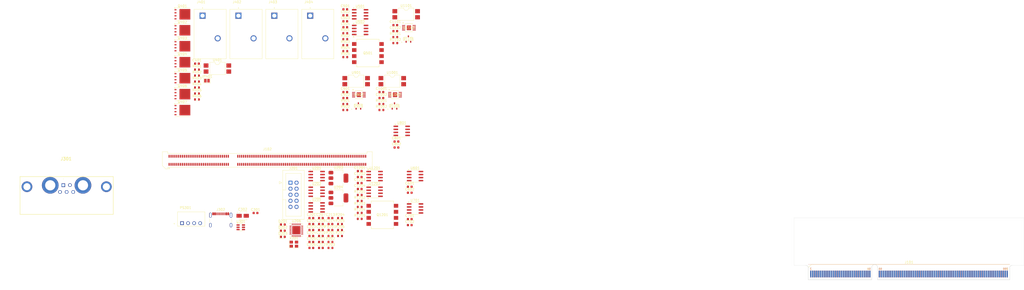
<source format=kicad_pcb>
(kicad_pcb (version 20240108) (generator "pcbnew") (generator_version "8.0")
  (layers (0 "F.Cu" signal) (31 "B.Cu" signal) (34 "B.Paste" user) (35 "F.Paste" user) (36 "B.SilkS" user "B.Silkscreen") (37 "F.SilkS" user "F.Silkscreen") (38 "B.Mask" user) (39 "F.Mask" user) (44 "Edge.Cuts" user))
  (net 0 "")
  (net 1 "GNDA")
  (net 2 "/5V_LOW_SIDE")
  (net 3 "/12V_LOW_SIDE")
  (net 4 "/7V_LOW_SIDE")
  (net 5 "/3V3_LOW_SIDE")
  (net 6 "Net-(U206-VDDA)")
  (net 7 "5V_HS_NONISO")
  (net 8 "GNDD")
  (net 9 "GNDPWR")
  (net 10 "5V_HS_ISO")
  (net 11 "Net-(C401-Pad1)")
  (net 12 "/High Power Controls/Mains & FETS/Voltage Capacitor Sense/PD1_Cathode")
  (net 13 "Net-(C502-Pad2)")
  (net 14 "/FET_SIGS.VOLT_CAP_SENSE")
  (net 15 "Net-(U502A--)")
  (net 16 "Net-(U601-FILTER)")
  (net 17 "Net-(U701-FILTER)")
  (net 18 "Net-(U801-FILTER)")
  (net 19 "/High Power Controls/Mains & FETS/FET Drive 1/TS")
  (net 20 "Net-(D901-K)")
  (net 21 "Net-(D1001-K)")
  (net 22 "/High Power Controls/Mains & FETS/TO_SUPCAP")
  (net 23 "/High Power Controls/Mains & FETS/VOLTAGE_OUT")
  (net 24 "Net-(D1101-K)")
  (net 25 "/High Power Controls/Mains & FETS/Voltage Input Sense/PD1_Cathode")
  (net 26 "Net-(C1202-Pad2)")
  (net 27 "/FET_SIGS.VOLT_INPUT_SENSE")
  (net 28 "Net-(U1202A--)")
  (net 29 "/Low Power Controls/CURR_SENS_1")
  (net 30 "/Low Power Controls/CURR_SENS_2")
  (net 31 "/Low Power Controls/CURR_SENS_3")
  (net 38 "/CAN_L_LOW")
  (net 49 "/USB_LOW_D-")
  (net 65 "/CAN_H_LOW")
  (net 77 "/FET_SIGS_LS.VOLT_CAP_SENSE")
  (net 92 "/USB_LOW_D+")
  (net 101 "/FET_SIGS_LS.CURR_SENS_2")
  (net 107 "/FET_SIGS_LS.VOLT_INPUT_SENSE")
  (net 117 "/FET_SIGS_LS.CURR_SENS_3")
  (net 131 "/CAN_L_HIGH")
  (net 141 "/7V_HIGH_SIDE")
  (net 147 "/USB_HIGH_D-")
  (net 150 "/FET_SIGS.CURR_SENS_3")
  (net 159 "/CAN_H_HIGH")
  (net 173 "/FET_SIGS.CURR_SENS_2")
  (net 186 "/USB_HIGH_D+")
  (net 189 "/3V3_HIGH_SIDE")
  (net 196 "/12V_HIGH_SIDE")
  (net 202 "/Low Power Controls/SWDIO")
  (net 206 "/Low Power Controls/SWCLK")
  (net 210 "Net-(J302-D--PadA7)")
  (net 212 "/High Power Controls/VBUS")
  (net 213 "Net-(J302-D+-PadA6)")
  (net 215 "/High Power Controls/Mains & FETS/VOLTAGE_IN")
  (net 216 "/High Power Controls/Mains & FETS/Current Sense Cap/CURR_OUT")
  (net 217 "/High Power Controls/Mains & FETS/Current Sense Res/CURR_OUT")
  (net 218 "/High Power Controls/Mains & FETS/Current Sense Out/CURR_OUT")
  (net 219 "/High Power Controls/Mains & FETS/FET Drive 1/TGDN")
  (net 220 "/High Power Controls/Mains & FETS/PWR_BUS")
  (net 221 "/High Power Controls/Mains & FETS/FET Drive 2/TGDN")
  (net 222 "/High Power Controls/Mains & FETS/TO_STRTRES")
  (net 223 "Net-(Q406-G)")
  (net 224 "/High Power Controls/Mains & FETS/FET Drive 3/TGDN")
  (net 226 "Net-(Q501-Pad1)")
  (net 230 "Net-(Q1201-Pad1)")
  (net 231 "/FET_SIGS_LS.CURR_SENS_1")
  (net 232 "Net-(U202A-+)")
  (net 233 "Net-(U202B-+)")
  (net 234 "Net-(U201A-+)")
  (net 235 "/High Power Controls/Mains & FETS/FET Drive 2/TGUP")
  (net 236 "Net-(R404-Pad2)")
  (net 237 "Net-(R406-Pad2)")
  (net 238 "Net-(U501A-+)")
  (net 239 "Net-(U501A--)")
  (net 240 "Net-(R901-Pad2)")
  (net 241 "Net-(R902-Pad1)")
  (net 242 "Net-(R1001-Pad2)")
  (net 243 "Net-(R1002-Pad1)")
  (net 244 "Net-(R1101-Pad2)")
  (net 245 "Net-(R1102-Pad1)")
  (net 246 "Net-(U1201A-+)")
  (net 247 "Net-(U1201A--)")
  (net 251 "/Low Power Controls/FDCAN_RX")
  (net 252 "/Low Power Controls/CAN_STBY")
  (net 253 "/Low Power Controls/FDCAN_TX")
  (net 254 "/Low Power Controls/PA15")
  (net 255 "/Low Power Controls/PB0")
  (net 256 "/FET_SIGS_LS.CNTRL_4")
  (net 257 "/Low Power Controls/BOOT")
  (net 258 "/Low Power Controls/PA9")
  (net 259 "/Low Power Controls/PB4")
  (net 260 "/Low Power Controls/8MHZ_CLCK")
  (net 261 "/FET_SIGS_LS.CNTRL_1")
  (net 262 "/Low Power Controls/PG10")
  (net 263 "/Low Power Controls/PF1")
  (net 264 "/Low Power Controls/PA10")
  (net 265 "/Low Power Controls/PB3")
  (net 266 "/FET_SIGS_LS.CNTRL_3")
  (net 267 "/FET_SIGS_LS.CNTRL_2")
  (net 268 "/FET_SIGS.CNTRL_3")
  (net 272 "/FET_SIGS.CURR_SENS_1")
  (net 273 "/FET_SIGS.CNTRL_1")
  (net 274 "Net-(U902-INP)")
  (net 276 "Net-(U1002-INP)")
  (net 277 "/FET_SIGS.CNTRL_2")
  (net 279 "Net-(U1102-INP)")
  (net 280 "/FET_SIGS.CNTRL_4")
  (footprint "Capacitor_SMD:C_0603_1608Metric" (layer "F.Cu") (at -46.09 87.81)
    (property "Reference" "C601")
    (property "Value" "0u1")
  )
  (footprint "ecocad_lib_footprints:05-08-1664_ADI" (layer "F.Cu") (at -46.4419 21.0346)
    (property "Reference" "U1102")
    (property "Value" "LTC7001EMSE-TRPBF")
  )
  (footprint "Resistor_SMD:R_0603_1608Metric" (layer "F.Cu") (at -73.14 55.56)
    (property "Reference" "R902")
    (property "Value" "1k")
  )
  (footprint "Package_TO_SOT_SMD:SOT-223-3_TabPin2" (layer "F.Cu") (at -76 84.175)
    (property "Reference" "U203")
    (property "Value" "AZ1117IH-5.0")
  )
  (footprint "Capacitor_SMD:C_0603_1608Metric" (layer "F.Cu") (at -57.99 50.54)
    (property "Reference" "C1002")
    (property "Value" "0u1")
  )
  (footprint "Capacitor_SMD:C_0603_1608Metric" (layer "F.Cu") (at -83.36 100.97)
    (property "Reference" "C207")
    (property "Value" "1u")
  )
  (footprint "Capacitor_SMD:C_0603_1608Metric" (layer "F.Cu") (at -87.37 108.5)
    (property "Reference" "C204")
    (property "Value" "0u1")
  )
  (footprint "Resistor_SMD:R_0603_1608Metric" (layer "F.Cu") (at -67.07 98.8)
    (property "Reference" "R1204")
    (property "Value" "150R")
  )
  (footprint "Package_DIP:SMDIP-4_W9.53mm" (layer "F.Cu") (at -126.76 38.15)
    (property "Reference" "U401")
    (property "Value" "LTV-816S")
  )
  (footprint "Diode_SMD:D_0603_1608Metric" (layer "F.Cu") (at -99.31 106.27)
    (property "Reference" "D202")
    (property "Value" "D_Zener")
  )
  (footprint "Package_TO_SOT_SMD:SOT-223-3_TabPin2" (layer "F.Cu") (at -76 92.5)
    (property "Reference" "U204")
    (property "Value" "AZ1117IH-3.3")
  )
  (footprint "Resistor_SMD:R_0603_1608Metric" (layer "F.Cu") (at -75.34 105.99)
    (property "Reference" "R206")
    (property "Value" "2k67")
  )
  (footprint "Package_TO_SOT_SMD:TDSON-8-1" (layer "F.Cu") (at -141.45 28.78)
    (property "Reference" "Q403")
    (property "Value" "BSC028N06LS3")
  )
  (footprint "ecocad_lib_footprints:SOT-23_TO-236_318-AT_OSI" (layer "F.Cu") (at -46.6578 25.7592)
    (property "Reference" "D1101")
    (property "Value" "MMBD1501A")
  )
  (footprint "ecocad_lib_footprints:SOT-23_TO-236_318-AT_OSI" (layer "F.Cu") (at -67.6378 53.8792)
    (property "Reference" "D901")
    (property "Value" "MMBD1501A")
  )
  (footprint "Package_SO:SOIC-8_3.9x4.9mm_P1.27mm" (layer "F.Cu") (at -49.46 64.33)
    (property "Reference" "U801")
    (property "Value" "ACS713xLCTR-30A")
  )
  (footprint "Capacitor_SMD:C_0603_1608Metric" (layer "F.Cu") (at -87.37 103.48)
    (property "Reference" "C202")
    (property "Value" "0u1")
  )
  (footprint "Capacitor_SMD:C_0603_1608Metric" (layer "F.Cu") (at -57.99 48.03)
    (property "Reference" "C1001")
    (property "Value" "0u1")
  )
  (footprint "Capacitor_SMD:C_0603_1608Metric" (layer "F.Cu") (at -79.35 103.48)
    (property "Reference" "C214")
    (property "Value" "1u")
  )
  (footprint "Package_SO:SOIC-8_3.9x4.9mm_P1.27mm" (layer "F.Cu") (at -85.15 89.91)
    (property "Reference" "U202")
    (property "Value" "MCP6007")
  )
  (footprint "Resistor_SMD:R_0603_1608Metric" (layer "F.Cu") (at -79.35 113.52)
    (property "Reference" "R203")
    (property "Value" "1k37")
  )
  (footprint "Capacitor_SMD:C_0603_1608Metric" (layer "F.Cu") (at -73.14 20.79)
    (property "Reference" "C504")
    (property "Value" "0u1")
  )
  (footprint "Resistor_SMD:R_0603_1608Metric" (layer "F.Cu") (at -67.07 91.27)
    (property "Reference" "R1201")
    (property "Value" "14k")
  )
  (footprint "Resistor_SMD:R_0603_1608Metric" (layer "F.Cu") (at -75.34 100.97)
    (property "Reference" "R204")
    (property "Value" "1k37")
  )
  (footprint "Package_TO_SOT_SMD:SOT-23-6" (layer "F.Cu") (at -116.96 104.835)
    (property "Reference" "U301")
    (property "Value" "USBLC6-2SC6")
  )
  (footprint "Package_TO_SOT_SMD:TDSON-8-1" (layer "F.Cu") (at -141.45 15.36)
    (property "Reference" "Q401")
    (property "Value" "BSC028N06LS3")
  )
  (footprint "Capacitor_SMD:C_0603_1608Metric" (layer "F.Cu") (at -87.37 105.99)
    (property "Reference" "C203")
    (property "Value" "0u1")
  )
  (footprint "Capacitor_SMD:C_0603_1608Metric" (layer "F.Cu") (at -83.36 105.99)
    (property "Reference" "C209")
    (property "Value" "0u1")
  )
  (footprint "ecocad_lib_footprints:PHOENIX_1017521" (layer "F.Cu") (at -106.47 34.055)
    (property "Reference" "J403")
    (property "Value" "PHNX_CONN_1017521")
  )
  (footprint "Diode_SMD:D_0603_1608Metric" (layer "F.Cu") (at -99.31 108.86)
    (property "Reference" "D203")
    (property "Value" "D_Zener")
  )
  (footprint "Capacitor_SMD:C_0603_1608Metric" (layer "F.Cu") (at -67.07 88.76)
    (property "Reference" "C1204")
    (property "Value" "0u1")
  )
  (footprint "Capacitor_SMD:CP_Elec_3x5.3" (layer "F.Cu") (at -116.16 100.01)
    (property "Reference" "C302")
    (property "Value" "220u")
  )
  (footprint "Resistor_SMD:R_0603_1608Metric" (layer "F.Cu") (at -73.14 23.3)
    (property "Reference" "R501")
    (property "Value" "14k")
  )
  (footprint "Resistor_SMD:R_0603_1608Metric" (layer "F.Cu") (at -79.35 108.5)
    (property "Reference" "R201")
    (property "Value" "120R")
  )
  (footprint "ecocad_lib_footprints:DB7W2-30A" (layer "F.Cu") (at -190.012 88.756)
    (property "Reference" "J301")
    (property "Value" "~" (hide yes))
  )
  (footprint "Capacitor_SMD:C_0603_1608Metric" (layer "F.Cu") (at -46.09 101.41)
    (property "Reference" "C701")
    (property "Value" "0u1")
  )
  (footprint "Resistor_SMD:R_0603_1608Metric" (layer "F.Cu") (at -73.14 30.83)
    (property "Reference" "R504")
    (property "Value" "150R")
  )
  (footprint "Resistor_SMD:R_0603_1608Metric" (layer "F.Cu") (at -135.34 48.63)
    (property "Reference" "R405")
    (property "Value" "50k")
  )
  (footprint "Capacitor_SMD:C_0603_1608Metric" (layer "F.Cu") (at -87.37 100.97)
    (property "Reference" "C201")
    (property "Value" "0u1")
  )
  (footprint "ecocad_lib_footprints:SOT-23_TO-236_318-AT_OSI" (layer "F.Cu") (at -52.4878 53.8792)
    (property "Reference" "D1001")
    (property "Value" "MMBD1501A")
  )
  (footprint "Resistor_SMD:R_0603_1608Metric" (layer "F.Cu") (at -52.16 24.93)
    (property "Reference" "R1101")
    (property "Value" "140R")
  )
  (footprint "Capacitor_SMD:C_0603_1608Metric" (layer "F.Cu") (at -51.68 68.81)
    (property "Reference" "C801")
    (property "Value" "0u1")
  )
  (footprint "Capacitor_SMD:C_0603_1608Metric" (layer "F.Cu") (at -73.14 15.77)
    (property "Reference" "C502")
    (property "Value" "0u1")
  )
  (footprint "Resistor_SMD:R_0603_1608Metric" (layer "F.Cu") (at -73.14 33.34)
    (property "Reference" "R505")
    (property "Value" "143k")
  )
  (footprint "Capacitor_SMD:C_0603_1608Metric" (layer "F.Cu") (at -73.14 50.54)
    (property "Reference" "C902")
    (property "Value" "0u1")
  )
  (footprint "Capacitor_SMD:C_0603_1608Metric" (layer "F.Cu") (at -83.36 103.48)
    (property "Reference" "C208")
    (property "Value" "1u")
  )
  (footprint "Package_TO_SOT_SMD:TDSON-8-1" (layer "F.Cu") (at -141.45 22.07)
    (property "Reference" "Q402")
    (property "Value" "BSC028N06LS3")
  )
  (footprint "Resistor_SMD:R_0603_1608Metric" (layer "F.Cu") (at -135.34 38.59)
    (property "Reference" "R401")
    (property "Value" "5M")
  )
  (footprint "ecocad_lib_footprints:IDC-STM32-Prog-Header_2x05_P2.54mm_Vertical" (layer "F.Cu") (at -96.115 86.1)
    (property "Reference" "J201")
    (property "Value" "STM32-Prog-Header")
  )
  (footprint "ecocad_lib_footprints:CONV_RFM-0505S" (layer "F.Cu") (at -137.745 101.36)
    (property "Reference" "PS301")
    (property "Value" "RFM-0505S")
  )
  (footprint "Capacitor_SMD:C_0603_1608Metric" (layer "F.Cu") (at -83.36 111.01)
    (property "Reference" "C211")
    (property "Value" "0u1")
  )
  (footprint "Resistor_SMD:R_0603_1608Metric" (layer "F.Cu") (at -67.07 93.78)
    (property "Reference" "R1202")
    (property "Value" "1k87")
  )
  (footprint "Package_TO_SOT_SMD:TDSON-8-1" (layer "F.Cu") (at -141.45 48.91)
    (property "Reference" "Q406")
    (property "Value" "BSC028N06LS3")
  )
  (footprint "Package_SO:SOIC-8_3.9x4.9mm_P1.27mm" (layer "F.Cu") (at -60.84 83.33)
    (property "Reference" "U1201")
    (property "Value" "MCP6007")
  )
  (footprint "Capacitor_SMD:C_0603_1608Metric" (layer "F.Cu") (at -46.09 90.32)
    (property "Reference" "C602")
    (property "Value" "10n")
  )
  (footprint "Package_DFN_QFN:QFN-32-1EP_5x5mm_P0.5mm_EP3.45x3.45mm" (layer "F.Cu") (at -93.65 106.04)
    (property "Reference" "U206")
    (property "Value" "STM32G491KEUx")
  )
  (footprint "Package_TO_SOT_SMD:TDSON-8-1" (layer "F.Cu") (at -141.45 55.62)
    (property "Reference" "Q407")
    (property "Value" "BSC028N06LS3")
  )
  (footprint "Resistor_SMD:R_0603_1608Metric" (layer "F.Cu") (at -52.16 27.44)
    (property "Reference" "R1102")
    (property "Value" "1k")
  )
  (footprint "Capacitor_SMD:C_0603_1608Metric" (layer "F.Cu") (at -73.14 18.28)
    (property "Reference" "C503")
    (property "Value" "0u1")
  )
  (footprint "Capacitor_SMD:C_0603_1608Metric" (layer "F.Cu") (at -67.07 83.74)
    (property "Reference" "C1202")
    (property "Value" "0u1")
  )
  (footprint "Resistor_SMD:R_0603_1608Metric" (layer "F.Cu") (at -57.99 55.56)
    (property "Reference" "R1002")
    (property "Value" "1k")
  )
  (footprint "Package_TO_SOT_SMD:TDSON-8-1" (layer "F.Cu") (at -141.45 35.49)
    (property "Reference" "Q404")
    (property "Value" "BSC028N06LS3")
  )
  (footprint "Connector_USB:USB_C_Receptacle_GCT_USB4105-xx-A_16P_TopMnt_Horizontal" (layer "F.Cu") (at -125.38 102.87)
    (property "Reference" "J302")
    (property "Value" "USB_C_Receptacle_USB2.0_14P")
  )
  (footprint "Resistor_SMD:R_0603_1608Metric" (layer "F.Cu") (at -57.99 53.05)
    (property "Reference" "R1001")
    (property "Value" "140R")
  )
  (footprint "Resistor_SMD:R_0603_1608Metric" (layer "F.Cu") (at -67.07 96.29)
    (property "Reference" "R1203")
    (property "Value" "143k")
  )
  (footprint "Capacitor_SMD:C_0603_1608Metric" (layer "F.Cu") (at -87.37 113.52)
    (property "Reference" "C206")
    (property "Value" "0u1")
  )
  (footprint "Resistor_SMD:R_0603_1608Metric" (layer "F.Cu") (at -75.34 103.48)
    (property "Reference" "R205")
    (property "Value" "2k67")
  )
  (footprint "Resistor_SMD:R_0603_1608Metric" (layer "F.Cu") (at -135.34 46.12)
    (property "Reference" "R404")
    (property "Value" "140R")
  )
  (footprint "Package_SO:SOIC-8_3.9x4.9mm_P1.27mm" (layer "F.Cu") (at -85.15 83.33)
    (property "Reference" "U201")
    (property "Value" "MCP6007")
  )
  (footprint "Capacitor_SMD:C_0603_1608Metric" (layer "F.Cu") (at -46.09 103.92)
    (property "Reference" "C702")
    (property "Value" "10n")
  )
  (footprint "Capacitor_SMD:C_0603_1608Metric" (layer "F.Cu") (at -67.07 81.23)
    (property "Reference" "C1201")
    (property "Value" "0u1")
  )
  (footprint "Resistor_SMD:R_0603_1608Metric" (layer "F.Cu") (at -75.34 108.5)
    (property "Reference" "R207")
    (property "Value" "2k67")
  )
  (footprint "Capacitor_SMD:C_0603_1608Metric" (layer "F.Cu") (at -83.36 113.52)
    (property "Reference" "C212")
    (property "Value" "4u7")
  )
  (footprint "Package_DIP:SMDIP-4_W9.53mm" (layer "F.Cu") (at -53.42 43.45)
    (property "Reference" "U1001")
    (property "Value" "LTV-816S")
  )
  (footprint "ecocad_lib_footprints:05-08-1664_ADI" (layer "F.Cu") (at -67.4219 49.1546)
    (property "Reference" "U902")
    (property "Value" "LTC7001EMSE-TRPBF")
  )
  (footprint "ecocad_lib_footprints:HCNR200-300E" (layer "F.Cu") (at -63.65 31.6467)
    (property "Reference" "Q501")
    (property "Value" "HCNR200-300E")
  )
  (footprint "Resistor_SMD:R_0603_1608Metric" (layer "F.Cu") (at -135.34 41.1)
    (property "Reference" "R402")
    (property "Value" "10R")
  )
  (footprint "Capacitor_SMD:C_0603_1608Metric" (layer "F.Cu") (at -79.35 100.97)
    (property "Reference" "C213")
    (property "Value" "10n")
  )
  (footprint "Capacitor_SMD:C_0603_1608Metric" (layer "F.Cu") (at -73.14 48.03)
    (property "Reference" "C901")
    (property "Value" "0u1")
  )
  (footprint "Capacitor_SMD:C_0603_1608Metric" (layer "F.Cu") (at -52.16 22.42)
    (property "Reference" "C1102")
    (property "Value" "0u1")
  )
  (footprint "Capacitor_SMD:C_0603_1608Metric" (layer "F.Cu") (at -67.07 86.25)
    (property "Reference" "C1203")
    (property "Value" "0u1")
  )
  (footprint "Capacitor_SMD:C_0603_1608Metric" (layer "F.Cu") (at -83.36 108.5)
    (property "Reference" "C210")
    (property "Value" "0u1")
  )
  (footprint "Resistor_SMD:R_0603_1608Metric" (layer "F.Cu") (at -135.34 51.14)
    (property "Reference" "R406")
    (property "Value" "1k")
  )
  (footprint "Diode_SMD:D_0603_1608Metric" (layer "F.Cu") (at -99.31 103.68)
    (property "Reference" "D201")
    (property "Value" "D_Zener")
  )
  (footprint "Capacitor_SMD:C_0603_1608Metric" (layer "F.Cu") (at -52.16 19.91)
    (property "Reference" "C1101")
    (property "Value" "0u1")
  )
  (footprint "Package_SO:SOIC-8_3.9x4.9mm_P1.27mm" (layer "F.Cu") (at -43.87 83.33)
    (property "Reference" "U601")
    (property "Value" "ACS713xLCTR-30A")
  )
  (footprint "Package_DIP:SMDIP-4_W9.53mm" (layer "F.Cu") (at -68.57 43.45)
    (property "Reference" "U901")
    (property "Value" "LTV-816S")
  )
  (footprint "Inductor_SMD:L_0603_1608Metric" (layer "F.Cu") (at -79.35 105.99)
    (property "Reference" "FB201")
    (property "Value" "120R")
  )
  (footprint "Package_SO:SOIC-8_3.9x4.9mm_P1.27mm" (layer "F.Cu") (at -60.84 89.91)
    (property "Reference" "U1202")
    (property "Value" "MCP6007")
  )
  (footprint "Capacitor_SMD:C_0603_1608Metric" (layer "F.Cu") (at -110.78 98.84)
    (property "Reference" "C301")
    (property "Value" "10u")
  )
  (footprint "Resistor_SMD:R_0603_1608Metric" (layer "F.Cu") (at -67.07 101.31)
    (property "Reference" "R1205")
    (property "Value" "143k")
  )
  (footprint "ecocad_lib_footprints:HCNR200-300E" (layer "F.Cu") (at -57.58 99.6167)
    (property "Reference" "Q1201")
    (property "Value" "HCNR200-300E")
  )
  (footprint "Capacitor_SMD:C_0603_1608Metric" (layer "F.Cu") (at -51.68 71.32)
    (property "Reference" "C802")
    (property "Value" "10n")
  )
  (footprint "Package_TO_SOT_SMD:TDSON-8-1" (layer "F.Cu") (at -141.45 42.2)
    (property "Reference" "Q405")
    (property "Value" "BSC028N06LS3")
  )
  (footprint "Crystal:Crystal_SMD_3225-4Pin_3.2x2.5mm" (layer "F.Cu") (at -94.68 111.92)
    (property "Reference" "X201")
    (property "Value" "OXETDLJANF-8MHZ ")
  )
  (footprint "Capacitor_SMD:C_0603_1608Metric" (layer "F.Cu") (at -135.34 36.08)
    (property "Reference" "C401")
    (property "Value" "2u2")
  )
  (footprint "Resistor_SMD:R_0603_1608Metric" (layer "F.Cu") (at -73.14 53.05)
    (property "Reference" "R901")
    (property "Value" "140R")
  )
  (footprint "Jumper:SolderJumper-2_P1.3mm_Open_Pad1.0x1.5mm" (layer "F.Cu") (at -131.16 43.25)
    (property "Reference" "JP401")
    (property "Value" "SolderJumper_2_Open")
  )
  (footprint "Capacitor_SMD:C_0603_1608Metric" (layer "F.Cu") (at -73.14 13.26)
    (property "Reference" "C501")
    (property "Value" "0u1")
  )
  (footprint "ecocad_lib_footprints:PHOENIX_1017521" (layer "F.Cu") (at -121.52 34.055)
    (property "Reference" "J402")
    (property "Value" "PHNX_CONN_1017521")
  )
  (footprint "ecocad_lib_footprints:Samtec_HSEC8-1100-01-X-DV-A_2x100_P0.8mm_Pol32_Socket_AlignmentPins" (layer "F.Cu") (at -105.8 76.7)
    (property "Reference" "J102")
    (property "Value" "HSEC8-1100-01-X-DV-A")
  )
  (footprint "Resistor_SMD:R_0603_1608Metric" (layer "F.Cu") (at -73.14 28.32)
    (property "Reference" "R503")
    (property "Value" "143k")
  )
  (footprint "ecocad_lib_footprints:PHOENIX_1017521" (layer "F.Cu") (at -136.57 34.055)
    (property "Reference" "J401")
    (property "Value" "PHNX_CONN_1017521")
  )
  (footprint "Package_DIP:SMDIP-4_W9.53mm" (layer "F.Cu") (at -47.59 15.33)
    (property "Reference" "U1101")
    (property "Value" "LTV-816S")
  )
  (footprint "Package_SO:SOIC-8_3.9x4.9mm_P1.27mm" (layer "F.Cu") (at -66.91 21.94)
    (property "Reference" "U502")
    (property "Value" "MCP6007")
  )
  (footprint "Resistor_SMD:R_0603_1608Metric" (layer "F.Cu") (at -73.14 25.81)
    (property "Reference" "R502")
    (property "Value" "1k87")
  )
  (footprint "ecocad_lib_footprints:PHOENIX_1017521" (layer "F.Cu") (at -91.42 34.055)
    (property "Reference" "J404")
    (property "Value" "PHNX_CONN_1017521")
  )
  (footprint "Capacitor_SMD:C_0603_1608Metric" (layer "F.Cu") (at -87.37 111.01)
    (property "Reference" "C205")
    (property "Value" "1u")
  )
  (footprint "Package_SO:SOIC-8_3.9x4.9mm_P1.27mm" (layer "F.Cu") (at -85.15 96.49)
    (property "Reference" "U205")
    (property "Value" "MCP2542FD")
  )
  (footprint "Resistor_SMD:R_0603_1608Metric" (layer "F.Cu") (at -135.34 43.61)
    (property "Reference" "R403")
    (property "Value" "10k")
  )
  (footprint "Package_SO:SOIC-8_3.9x4.9mm_P1.27mm" (layer "F.Cu") (at -43.87 96.93)
    (property "Reference" "U701")
    (property "Value" "ACS713xLCTR-30A")
  )
  (footprint "Package_SO:SOIC-8_3.9x4.9mm_P1.27mm" (layer "F.Cu") (at -66.91 15.36)
    (property "Reference" "U501")
    (property "Value" "MCP6007")
  )
  (footprint "ecocad_lib_footprints:05-08-1664_ADI" (layer "F.Cu") (at -52.2719 49.1546)
    (property "Reference" "U1002")
    (property "Value" "LTC7001EMSE-TRPBF")
  )
  (footprint "Resistor_SMD:R_0603_1608Metric" (layer "F.Cu") (at -79.35 111.01)
    (property "Reference" "R202")
    (property "Value" "1k37")
  )
  (footprint "Connector_Samtec_HSEC8:Samtec_HSEC8-1100-X-X-DV_2x100_P0.8mm_Wing_Edge" (layer "F.Cu") (at 163.29 126.86)
    (property "Reference" "J101")
    (property "Value" "HSEC8-1100-01-X-DV-A")
    (fp_line (start -42.225 -5) (end -42.225 0) (stroke (width 0.12)) (layer "Edge.Cuts"))
    (fp_line (start -42.225 0) (end -15.595 0) (stroke (width 0.12)) (layer "Edge.Cuts"))
    (fp_line (start -15.595 0) (end -15.595 -5.2) (stroke (width 0.12)) (layer "Edge.Cuts"))
    (fp_line (start -13.195 -5.2) (end -13.195 0) (stroke (width 0.12)) (layer "Edge.Cuts"))
    (fp_line (start -13.195 0) (end 42.225 0) (stroke (width 0.12)) (layer "Edge.Cuts"))
    (fp_line (start 42.225 0) (end 42.225 -5) (stroke (width 0.12)) (layer "Edge.Cuts"))
    (fp_arc (start -43.225 -6) (mid -42.517893 -5.707107) (end -42.225 -5) (stroke (width 0.12)) (layer "Edge.Cuts"))
    (fp_arc (start -15.595 -5.2) (mid -14.395 -6.4) (end -13.195 -5.2) (stroke (width 0.12)) (layer "Edge.Cuts"))
    (fp_arc (start 42.225 -5) (mid 42.517893 -5.707107) (end 43.225 -6) (stroke (width 0.12)) (layer "Edge.Cuts"))
  )
  (gr_line (start 206.515 120.86) (end 211.515 120.86) (stroke (width 0.05)) (layer "Edge.Cuts"))
  (gr_line (start 115.065 100.86) (end 211.515 100.86) (stroke (width 0.05)) (layer "Edge.Cuts"))
  (gr_line (start 120.065 120.86) (end 115.065 120.86) (stroke (width 0.05)) (layer "Edge.Cuts"))
  (gr_line (start 211.515 120.86) (end 211.515 100.86) (stroke (width 0.05)) (layer "Edge.Cuts"))
  (gr_line (start 115.065 120.86) (end 115.065 100.86) (stroke (width 0.05)) (layer "Edge.Cuts"))
)
</source>
